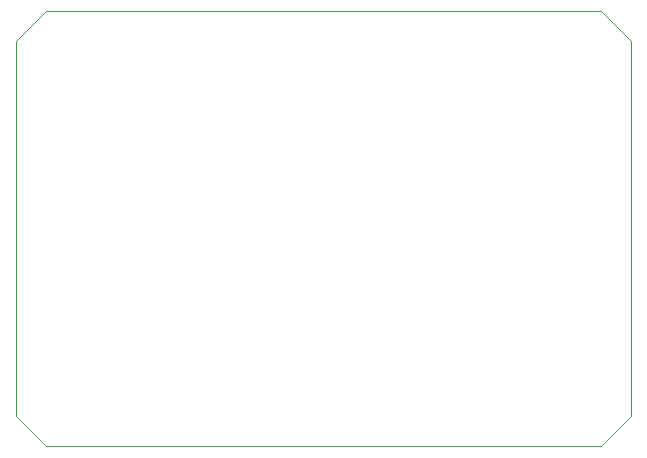
<source format=gbr>
%TF.GenerationSoftware,KiCad,Pcbnew,(6.0.2)*%
%TF.CreationDate,2022-11-28T15:56:05-05:00*%
%TF.ProjectId,Main Board,4d61696e-2042-46f6-9172-642e6b696361,rev?*%
%TF.SameCoordinates,Original*%
%TF.FileFunction,Profile,NP*%
%FSLAX46Y46*%
G04 Gerber Fmt 4.6, Leading zero omitted, Abs format (unit mm)*
G04 Created by KiCad (PCBNEW (6.0.2)) date 2022-11-28 15:56:05*
%MOMM*%
%LPD*%
G01*
G04 APERTURE LIST*
%TA.AperFunction,Profile*%
%ADD10C,0.100000*%
%TD*%
G04 APERTURE END LIST*
D10*
X156210000Y-71120000D02*
X153670000Y-73660000D01*
X167640000Y-71120000D02*
X156210000Y-71120000D01*
X205740000Y-73660000D02*
X205740000Y-105410000D01*
X205740000Y-105410000D02*
X203200000Y-107950000D01*
X156210000Y-107950000D02*
X153670000Y-105410000D01*
X153670000Y-105410000D02*
X153670000Y-73660000D01*
X203200000Y-107950000D02*
X156210000Y-107950000D01*
X167640000Y-71120000D02*
X203200000Y-71120000D01*
X203200000Y-71120000D02*
X205740000Y-73660000D01*
M02*

</source>
